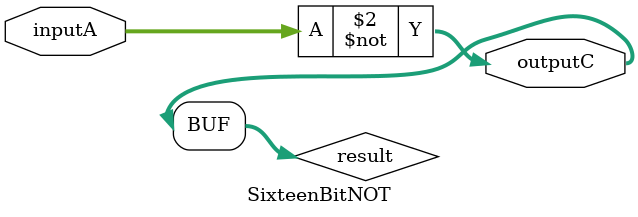
<source format=v>

module SixteenBitNOT(inputA,outputC);
parameter k=16;
input  [k-1:0] inputA;
output [k-1:0] outputC;
wire   [k-1:0] inputA;
reg    [k-1:0] outputC;
reg    [k-1:0] result;

always@(*)
begin
	result=~(inputA);
	outputC=result;
end
 
endmodule


</source>
